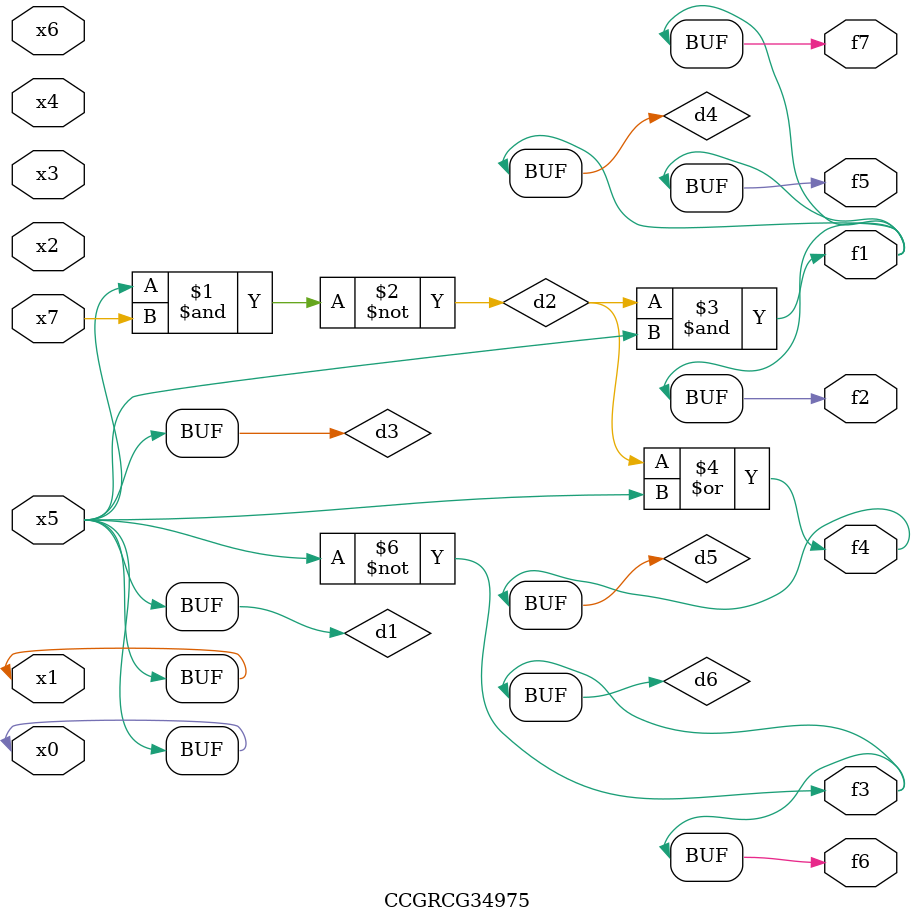
<source format=v>
module CCGRCG34975(
	input x0, x1, x2, x3, x4, x5, x6, x7,
	output f1, f2, f3, f4, f5, f6, f7
);

	wire d1, d2, d3, d4, d5, d6;

	buf (d1, x0, x5);
	nand (d2, x5, x7);
	buf (d3, x0, x1);
	and (d4, d2, d3);
	or (d5, d2, d3);
	nor (d6, d1, d3);
	assign f1 = d4;
	assign f2 = d4;
	assign f3 = d6;
	assign f4 = d5;
	assign f5 = d4;
	assign f6 = d6;
	assign f7 = d4;
endmodule

</source>
